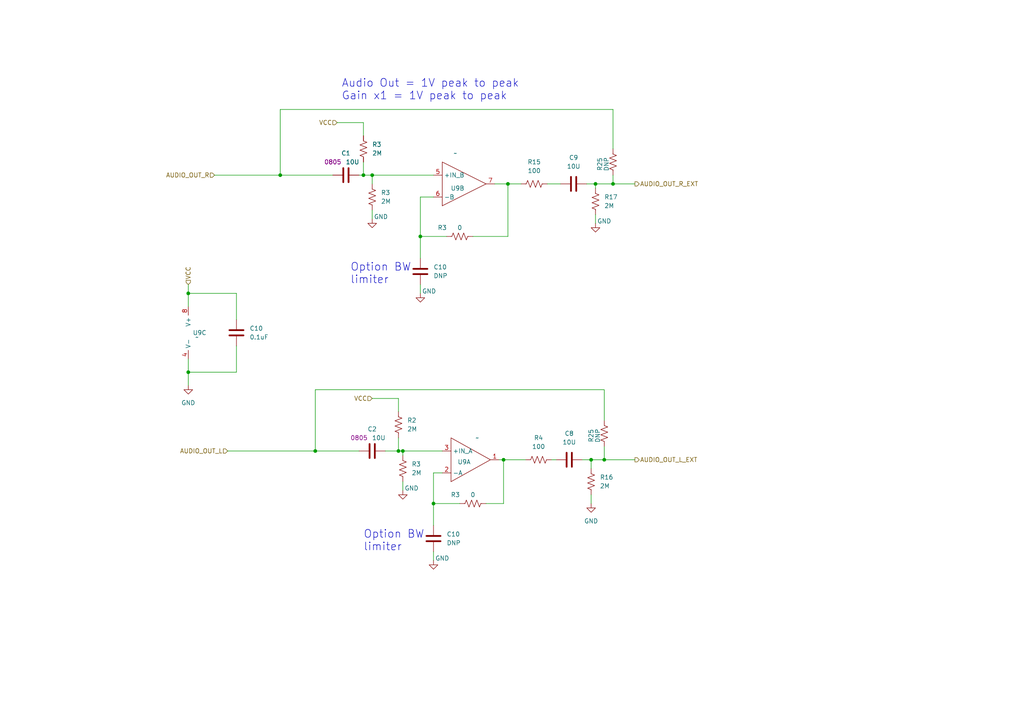
<source format=kicad_sch>
(kicad_sch (version 20230121) (generator eeschema)
  (paper "A4")
  (lib_symbols
    (symbol "Device:C" (pin_numbers hide) (pin_names (offset 0.254))
      (property "Reference" "C" (at 0.635 2.54 0))
      (property "Value" "C" (at 0.635 -2.54 0))
      (symbol "C_0_1"
        (polyline (pts (xy -2.032 -0.762) (xy 2.032 -0.762)) (stroke (width 0.508)))
        (polyline (pts (xy -2.032 0.762) (xy 2.032 0.762)) (stroke (width 0.508)))
      )
      (symbol "C_1_1"
        (pin passive line (at 0 3.81 270) (length 2.794) (name "~") (number "1"))
        (pin passive line (at 0 -3.81 90) (length 2.794) (name "~") (number "2"))
      )
    )
    (symbol "Device:R_US" (pin_numbers hide) (pin_names (offset 0))
      (property "Reference" "R" (at 2.54 0 90))
      (property "Value" "R_US" (at -2.54 0 90))
      (symbol "R_US_0_1"
        (polyline (pts (xy 0 -2.286) (xy 0 -2.54)))
        (polyline (pts (xy 0 2.286) (xy 0 2.54)))
        (polyline (pts (xy 0 -0.762) (xy 1.016 -1.143) (xy 0 -1.524) (xy -1.016 -1.905) (xy 0 -2.286)))
        (polyline (pts (xy 0 0.762) (xy 1.016 0.381) (xy 0 0) (xy -1.016 -0.381) (xy 0 -0.762)))
        (polyline (pts (xy 0 2.286) (xy 1.016 1.905) (xy 0 1.524) (xy -1.016 1.143) (xy 0 0.762)))
      )
      (symbol "R_US_1_1"
        (pin passive line (at 0 3.81 270) (length 1.27) (name "~") (number "1"))
        (pin passive line (at 0 -3.81 90) (length 1.27) (name "~") (number "2"))
      )
    )
    (symbol "OPA1688_SOIC8_1"
      (property "Reference" "U" (at 2.54 0 0))
      (symbol "OPA1688_SOIC8_1_1_1"
        (polyline (pts (xy 0 6.35) (xy 0 -6.35) (xy 11.43 0) (xy 0 6.35) (xy 0 6.35)))
        (pin output line (at 13.97 0 180) (length 2.54) (name "") (number "1"))
        (pin input line (at -2.54 3.81 0) (length 2.54) (name "-A") (number "2"))
        (pin input line (at -2.54 -2.54 0) (length 2.54) (name "+IN_A") (number "3"))
      )
      (symbol "OPA1688_SOIC8_1_2_1"
        (polyline (pts (xy 0 6.35) (xy 0 -6.35) (xy 12.7 0) (xy 0 6.35) (xy 0 6.35)))
        (pin input line (at -2.54 -2.54 0) (length 2.54) (name "+IN_B") (number "5"))
        (pin input line (at -2.54 3.81 0) (length 2.54) (name "-B") (number "6"))
        (pin output line (at 15.24 0 180) (length 2.54) (name "") (number "7"))
      )
      (symbol "OPA1688_SOIC8_1_3_1"
        (pin power_in line (at 0 -6.35 90) (length 2.54) (name "V-") (number "4"))
        (pin power_in line (at 0 8.89 270) (length 2.54) (name "V+") (number "8"))
      )
    )
    (symbol "OPA1688_SOIC8_2"
      (property "Reference" "U" (at 2.54 0 0))
      (symbol "OPA1688_SOIC8_2_1_1"
        (polyline (pts (xy 0 6.35) (xy 0 -6.35) (xy 11.43 0) (xy 0 6.35) (xy 0 6.35)))
        (pin output line (at 13.97 0 180) (length 2.54) (name "") (number "1"))
        (pin input line (at -2.54 3.81 0) (length 2.54) (name "-A") (number "2"))
        (pin input line (at -2.54 -2.54 0) (length 2.54) (name "+IN_A") (number "3"))
      )
      (symbol "OPA1688_SOIC8_2_2_1"
        (polyline (pts (xy 0 6.35) (xy 0 -6.35) (xy 12.7 0) (xy 0 6.35) (xy 0 6.35)))
        (pin input line (at -2.54 -2.54 0) (length 2.54) (name "+IN_B") (number "5"))
        (pin input line (at -2.54 3.81 0) (length 2.54) (name "-B") (number "6"))
        (pin output line (at 15.24 0 180) (length 2.54) (name "") (number "7"))
      )
      (symbol "OPA1688_SOIC8_2_3_1"
        (pin power_in line (at 0 -6.35 90) (length 2.54) (name "V-") (number "4"))
        (pin power_in line (at 0 8.89 270) (length 2.54) (name "V+") (number "8"))
      )
    )
    (symbol "Ultralibrarian_modified_symbols:OPA1688_SOIC8"
      (property "Reference" "U" (at 2.54 0 0))
      (symbol "OPA1688_SOIC8_1_1"
        (polyline (pts (xy 0 6.35) (xy 0 -8.89) (xy 17.78 0) (xy 0 10.16) (xy 0 6.35)))
        (pin output line (at 20.32 0 180) (length 2.54) (name "OUT_A") (number "1"))
        (pin input line (at -2.54 3.81 0) (length 2.54) (name "-A") (number "2"))
        (pin input line (at -2.54 -2.54 0) (length 2.54) (name "+IN_A") (number "3"))
      )
      (symbol "OPA1688_SOIC8_2_1"
        (polyline (pts (xy 0 6.35) (xy 0 -8.89) (xy 17.78 0) (xy 0 10.16) (xy 0 6.35)))
        (pin input line (at -2.54 -2.54 0) (length 2.54) (name "+IN_B") (number "5"))
        (pin input line (at -2.54 3.81 0) (length 2.54) (name "-B") (number "6"))
        (pin output line (at 20.32 0 180) (length 2.54) (name "OUT_B") (number "7"))
      )
      (symbol "OPA1688_SOIC8_3_1"
        (pin power_in line (at 0 -6.35 90) (length 2.54) (name "V-") (number "4"))
        (pin power_in line (at 0 8.89 270) (length 2.54) (name "V+") (number "8"))
      )
    )
    (symbol "power:GND" (power) (pin_names (offset 0))
      (property "Value" "GND" (at 0 -3.81 0))
      (symbol "GND_0_1"
        (polyline (pts (xy 0 0) (xy 0 -1.27) (xy 1.27 -1.27) (xy 0 -2.54) (xy -1.27 -1.27) (xy 0 -1.27)))
      )
      (symbol "GND_1_1"
        (pin power_in line (at 0 0 270) (length 0) hide (name "GND") (number "1"))
      )
    )
  )
  (junction (at 91.44 130.81))
  (junction (at 146.05 133.35))
  (junction (at 116.84 130.81))
  (junction (at 81.28 50.8))
  (junction (at 54.61 85.09))
  (junction (at 171.45 133.35))
  (junction (at 177.8 53.34))
  (junction (at 115.57 130.81))
  (junction (at 175.26 133.35))
  (junction (at 172.72 53.34))
  (junction (at 125.73 146.05))
  (junction (at 107.95 50.8))
  (junction (at 121.92 68.58))
  (junction (at 147.32 53.34))
  (junction (at 105.41 50.8))
  (junction (at 54.61 107.95))
  (wire (pts (xy 144.78 133.35) (xy 146.05 133.35)))
  (wire (pts (xy 121.92 85.09) (xy 121.92 82.55)))
  (wire (pts (xy 81.28 50.8) (xy 96.52 50.8)))
  (wire (pts (xy 54.61 107.95) (xy 54.61 104.14)))
  (wire (pts (xy 121.92 68.58) (xy 121.92 74.93)))
  (wire (pts (xy 116.84 130.81) (xy 128.27 130.81)))
  (wire (pts (xy 175.26 129.54) (xy 175.26 133.35)))
  (wire (pts (xy 97.79 35.56) (xy 105.41 35.56)))
  (wire (pts (xy 105.41 46.99) (xy 105.41 50.8)))
  (wire (pts (xy 68.58 100.33) (xy 68.58 107.95)))
  (wire (pts (xy 129.54 68.58) (xy 121.92 68.58)))
  (wire (pts (xy 91.44 130.81) (xy 104.14 130.81)))
  (wire (pts (xy 125.73 162.56) (xy 125.73 160.02)))
  (wire (pts (xy 116.84 142.24) (xy 116.84 139.7)))
  (wire (pts (xy 66.04 130.81) (xy 91.44 130.81)))
  (wire (pts (xy 177.8 53.34) (xy 172.72 53.34)))
  (wire (pts (xy 161.29 133.35) (xy 160.02 133.35)))
  (wire (pts (xy 62.23 50.8) (xy 81.28 50.8)))
  (wire (pts (xy 125.73 137.16) (xy 128.27 137.16)))
  (wire (pts (xy 162.56 53.34) (xy 158.75 53.34)))
  (wire (pts (xy 68.58 107.95) (xy 54.61 107.95)))
  (wire (pts (xy 146.05 133.35) (xy 146.05 146.05)))
  (wire (pts (xy 133.35 146.05) (xy 125.73 146.05)))
  (wire (pts (xy 121.92 68.58) (xy 121.92 57.15)))
  (wire (pts (xy 121.92 57.15) (xy 125.73 57.15)))
  (wire (pts (xy 107.95 115.57) (xy 115.57 115.57)))
  (wire (pts (xy 171.45 146.05) (xy 171.45 143.51)))
  (wire (pts (xy 107.95 63.5) (xy 107.95 60.96)))
  (wire (pts (xy 137.16 68.58) (xy 147.32 68.58)))
  (wire (pts (xy 115.57 115.57) (xy 115.57 119.38)))
  (wire (pts (xy 140.97 146.05) (xy 146.05 146.05)))
  (wire (pts (xy 175.26 133.35) (xy 171.45 133.35)))
  (wire (pts (xy 171.45 133.35) (xy 171.45 135.89)))
  (wire (pts (xy 184.15 133.35) (xy 175.26 133.35)))
  (wire (pts (xy 184.15 53.34) (xy 177.8 53.34)))
  (wire (pts (xy 54.61 85.09) (xy 54.61 88.9)))
  (wire (pts (xy 146.05 133.35) (xy 152.4 133.35)))
  (wire (pts (xy 107.95 50.8) (xy 125.73 50.8)))
  (wire (pts (xy 91.44 113.03) (xy 91.44 130.81)))
  (wire (pts (xy 171.45 133.35) (xy 168.91 133.35)))
  (wire (pts (xy 177.8 43.18) (xy 177.8 31.75)))
  (wire (pts (xy 116.84 130.81) (xy 116.84 132.08)))
  (wire (pts (xy 177.8 50.8) (xy 177.8 53.34)))
  (wire (pts (xy 175.26 121.92) (xy 175.26 113.03)))
  (wire (pts (xy 115.57 130.81) (xy 116.84 130.81)))
  (wire (pts (xy 68.58 92.71) (xy 68.58 85.09)))
  (wire (pts (xy 143.51 53.34) (xy 147.32 53.34)))
  (wire (pts (xy 172.72 53.34) (xy 170.18 53.34)))
  (wire (pts (xy 104.14 50.8) (xy 105.41 50.8)))
  (wire (pts (xy 107.95 50.8) (xy 107.95 53.34)))
  (wire (pts (xy 177.8 31.75) (xy 81.28 31.75)))
  (wire (pts (xy 68.58 85.09) (xy 54.61 85.09)))
  (wire (pts (xy 115.57 127) (xy 115.57 130.81)))
  (wire (pts (xy 147.32 68.58) (xy 147.32 53.34)))
  (wire (pts (xy 54.61 82.55) (xy 54.61 85.09)))
  (wire (pts (xy 105.41 35.56) (xy 105.41 39.37)))
  (wire (pts (xy 111.76 130.81) (xy 115.57 130.81)))
  (wire (pts (xy 172.72 64.77) (xy 172.72 62.23)))
  (wire (pts (xy 172.72 53.34) (xy 172.72 54.61)))
  (wire (pts (xy 125.73 152.4) (xy 125.73 146.05)))
  (wire (pts (xy 147.32 53.34) (xy 151.13 53.34)))
  (wire (pts (xy 81.28 31.75) (xy 81.28 50.8)))
  (wire (pts (xy 125.73 137.16) (xy 125.73 146.05)))
  (wire (pts (xy 54.61 111.76) (xy 54.61 107.95)))
  (wire (pts (xy 175.26 113.03) (xy 91.44 113.03)))
  (wire (pts (xy 105.41 50.8) (xy 107.95 50.8)))
  (text "Audio Out = 1V peak to peak\nGain x1 = 1V peak to peak" (at 99.06 29.21 0) (effects (font (size 2.27 2.27)) (justify left bottom)))
  (text "Option BW\nlimiter" (at 101.6 82.55 0) (effects (font (size 2.27 2.27)) (justify left bottom)))
  (text "Option BW\nlimiter" (at 105.41 160.02 0) (effects (font (size 2.27 2.27)) (justify left bottom)))
  (hierarchical_label "AUDIO_OUT_L" (shape input) (at 66.04 130.81 180))
  (hierarchical_label "VCC" (shape input) (at 54.61 82.55 90))
  (hierarchical_label "AUDIO_OUT_L_EXT" (shape output) (at 184.15 133.35 0))
  (hierarchical_label "AUDIO_OUT_R_EXT" (shape output) (at 184.15 53.34 0))
  (hierarchical_label "VCC" (shape input) (at 97.79 35.56 180))
  (hierarchical_label "AUDIO_OUT_R" (shape input) (at 62.23 50.8 180))
  (hierarchical_label "VCC" (shape input) (at 107.95 115.57 180))
  (symbol (lib_id "Device:R_US") (at 107.95 57.15 0) (unit 1)
    (property "Reference" "R3" (at 110.49 55.88 0) (effects (justify left)))
    (property "Value" "2M" (at 110.49 58.42 0) (effects (justify left)))
    (property "Footprint" "Resistor_SMD:R_0402_1005Metric" (effects hide))
    (instances (project "DaisySeedBreakout" (path "" (reference "R3") (unit 1)) (path "" (reference "R67") (unit 1))))
  )
  (symbol (lib_id "power:GND") (at 125.73 162.56 0) (unit 1)
    (property "Reference" "#PWR05" (effects hide))
    (property "Value" "GND" (at 128.27 161.925 0))
    (instances (project "DaisySeedBreakout" (path "" (reference "#PWR05") (unit 1)) (path "" (reference "#PWR09") (unit 1))))
  )
  (symbol (lib_id "power:GND") (at 171.45 146.05 0) (unit 1)
    (property "Reference" "#PWR06" (effects hide))
    (property "Value" "GND" (at 171.45 151.13 0))
    (instances (project "DaisySeedBreakout" (path "" (reference "#PWR06") (unit 1)) (path "" (reference "#PWR011") (unit 1))))
  )
  (symbol (lib_name "OPA1688_SOIC8_2") (lib_id "Ultralibrarian_modified_symbols:OPA1688_SOIC8") (at 128.27 53.34 0) (mirror x) (unit 2)
    (property "Reference" "U9" (at 132.715 54.61 0))
    (property "Value" "~" (at 132.08 44.45 0))
    (property "Footprint" "Ultralibrarian:D8_TEX" (effects hide))
    (instances (project "DaisySeedBreakout" (path "" (reference "U9") (unit 2)) (path "" (reference "U3") (unit 2))))
  )
  (symbol (lib_id "power:GND") (at 172.72 64.77 0) (unit 1)
    (property "Reference" "#PWR05" (effects hide))
    (property "Value" "GND" (at 175.26 64.135 0))
    (instances (project "DaisySeedBreakout" (path "" (reference "#PWR05") (unit 1)) (path "" (reference "#PWR012") (unit 1))))
  )
  (symbol (lib_id "Device:R_US") (at 137.16 146.05 90) (unit 1)
    (property "Reference" "R3" (at 132.08 143.51 90))
    (property "Value" "0" (at 137.16 143.51 90))
    (property "Footprint" "Resistor_SMD:R_0402_1005Metric" (effects hide))
    (instances (project "DaisySeedBreakout" (path "" (reference "R3") (unit 1)) (path "" (reference "R8") (unit 1))))
  )
  (symbol (lib_id "power:GND") (at 121.92 85.09 0) (unit 1)
    (property "Reference" "#PWR05" (effects hide))
    (property "Value" "GND" (at 124.46 84.455 0))
    (instances (project "DaisySeedBreakout" (path "" (reference "#PWR05") (unit 1)) (path "" (reference "#PWR0173") (unit 1))))
  )
  (symbol (lib_name "OPA1688_SOIC8_1") (lib_id "Ultralibrarian_modified_symbols:OPA1688_SOIC8") (at 130.81 133.35 0) (mirror x) (unit 1)
    (property "Reference" "U9" (at 134.62 133.985 0))
    (property "Value" "~" (at 138.43 127 0))
    (property "Footprint" "Ultralibrarian:D8_TEX" (effects hide))
    (instances (project "DaisySeedBreakout" (path "" (reference "U9") (unit 1)) (path "" (reference "U3") (unit 1))))
  )
  (symbol (lib_id "Ultralibrarian_modified_symbols:OPA1688_SOIC8") (at 54.61 97.79 0) (unit 3)
    (property "Reference" "U9" (at 55.88 96.52 0) (effects (justify left)))
    (property "Value" "~" (at 57.15 97.79 0))
    (property "Footprint" "Ultralibrarian:D8_TEX" (effects hide))
    (instances (project "DaisySeedBreakout" (path "" (reference "U9") (unit 3)) (path "" (reference "U3") (unit 3))))
  )
  (symbol (lib_id "Device:R_US") (at 105.41 43.18 0) (unit 1)
    (property "Reference" "R3" (at 107.95 41.91 0) (effects (justify left)))
    (property "Value" "2M" (at 107.95 44.45 0) (effects (justify left)))
    (property "Footprint" "Resistor_SMD:R_0402_1005Metric" (effects hide))
    (instances (project "DaisySeedBreakout" (path "" (reference "R3") (unit 1)) (path "" (reference "R9") (unit 1))))
  )
  (symbol (lib_id "Device:C") (at 166.37 53.34 90) (unit 1)
    (property "Reference" "C9" (at 166.37 45.72 90))
    (property "Value" "10U" (at 166.37 48.26 90))
    (property "Footprint" "Capacitor_SMD:C_0805_2012Metric" (effects hide))
    (instances (project "DaisySeedBreakout" (path "" (reference "C9") (unit 1)) (path "" (reference "C17") (unit 1))))
  )
  (symbol (lib_id "Device:R_US") (at 115.57 123.19 0) (unit 1)
    (property "Reference" "R2" (at 118.11 121.92 0) (effects (justify left)))
    (property "Value" "2M" (at 118.11 124.46 0) (effects (justify left)))
    (property "Footprint" "Resistor_SMD:R_0402_1005Metric" (effects hide))
    (instances (project "DaisySeedBreakout" (path "" (reference "R2") (unit 1)) (path "" (reference "R7") (unit 1))))
  )
  (symbol (lib_id "Device:R_US") (at 133.35 68.58 90) (unit 1)
    (property "Reference" "R3" (at 128.27 66.04 90))
    (property "Value" "0" (at 133.35 66.04 90))
    (property "Footprint" "Resistor_SMD:R_0402_1005Metric" (effects hide))
    (instances (project "DaisySeedBreakout" (path "" (reference "R3") (unit 1)) (path "" (reference "R66") (unit 1))))
  )
  (symbol (lib_id "Device:C") (at 121.92 78.74 0) (unit 1)
    (property "Reference" "C10" (at 125.73 77.47 0) (effects (justify left)))
    (property "Value" "DNP" (at 125.73 80.01 0) (effects (justify left)))
    (property "Footprint" "Capacitor_SMD:C_0402_1005Metric" (effects hide))
    (instances (project "DaisySeedBreakout" (path "" (reference "C10") (unit 1)) (path "" (reference "C71") (unit 1))))
  )
  (symbol (lib_id "Device:R_US") (at 116.84 135.89 0) (unit 1)
    (property "Reference" "R3" (at 119.38 134.62 0) (effects (justify left)))
    (property "Value" "2M" (at 119.38 137.16 0) (effects (justify left)))
    (property "Footprint" "Resistor_SMD:R_0402_1005Metric" (effects hide))
    (instances (project "DaisySeedBreakout" (path "" (reference "R3") (unit 1)) (path "" (reference "R10") (unit 1))))
  )
  (symbol (lib_id "Device:R_US") (at 171.45 139.7 0) (unit 1)
    (property "Reference" "R16" (at 173.99 138.43 0) (effects (justify left)))
    (property "Value" "2M" (at 173.99 140.97 0) (effects (justify left)))
    (property "Footprint" "Resistor_SMD:R_0402_1005Metric" (effects hide))
    (instances (project "DaisySeedBreakout" (path "" (reference "R16") (unit 1)) (path "" (reference "R24") (unit 1))))
  )
  (symbol (lib_id "Device:C") (at 100.33 50.8 90) (unit 1)
    (property "Reference" "C1" (at 100.33 44.45 90))
    (property "Value" "10U" (at 102.235 46.99 90))
    (property "Footprint" "Capacitor_SMD:C_0805_2012Metric" (effects hide))
    (property "Specs" "0805" (at 96.52 46.99 90))
    (instances (project "DaisySeedBreakout" (path "" (reference "C1") (unit 1)) (path "" (reference "C5") (unit 1))))
  )
  (symbol (lib_id "Device:C") (at 165.1 133.35 90) (unit 1)
    (property "Reference" "C8" (at 165.1 125.73 90))
    (property "Value" "10U" (at 165.1 128.27 90))
    (property "Footprint" "Capacitor_SMD:C_0805_2012Metric" (effects hide))
    (instances (project "DaisySeedBreakout" (path "" (reference "C8") (unit 1)) (path "" (reference "C11") (unit 1))))
  )
  (symbol (lib_id "Device:R_US") (at 172.72 58.42 0) (unit 1)
    (property "Reference" "R17" (at 175.26 57.15 0) (effects (justify left)))
    (property "Value" "2M" (at 175.26 59.69 0) (effects (justify left)))
    (property "Footprint" "Resistor_SMD:R_0402_1005Metric" (effects hide))
    (instances (project "DaisySeedBreakout" (path "" (reference "R17") (unit 1)) (path "" (reference "R25") (unit 1))))
  )
  (symbol (lib_id "power:GND") (at 54.61 111.76 0) (unit 1)
    (property "Reference" "#PWR07" (effects hide))
    (property "Value" "GND" (at 54.61 116.84 0))
    (instances (project "DaisySeedBreakout" (path "" (reference "#PWR07") (unit 1)) (path "" (reference "#PWR010") (unit 1))))
  )
  (symbol (lib_id "Device:R_US") (at 175.26 125.73 180) (unit 1)
    (property "Reference" "R25" (at 171.45 126.365 90))
    (property "Value" "DNP" (at 173.355 126.365 90))
    (property "Footprint" "Resistor_SMD:R_0402_1005Metric" (effects hide))
    (property "Specks" "0402" (effects hide))
    (instances (project "DaisySeedBreakout" (path "" (reference "R25") (unit 1)) (path "" (reference "R26") (unit 1)) (path "" (reference "R29") (unit 1))))
  )
  (symbol (lib_id "power:GND") (at 116.84 142.24 0) (unit 1)
    (property "Reference" "#PWR05" (effects hide))
    (property "Value" "GND" (at 119.38 141.605 0))
    (instances (project "DaisySeedBreakout" (path "" (reference "#PWR05") (unit 1)) (path "" (reference "#PWR0169") (unit 1))))
  )
  (symbol (lib_id "Device:R_US") (at 156.21 133.35 90) (unit 1)
    (property "Reference" "R4" (at 156.21 127 90))
    (property "Value" "100" (at 156.21 129.54 90))
    (property "Footprint" "Resistor_SMD:R_0402_1005Metric" (effects hide))
    (instances (project "DaisySeedBreakout" (path "" (reference "R4") (unit 1)) (path "" (reference "R18") (unit 1))))
  )
  (symbol (lib_id "Device:C") (at 107.95 130.81 90) (unit 1)
    (property "Reference" "C2" (at 107.95 124.46 90))
    (property "Value" "10U" (at 109.855 127 90))
    (property "Footprint" "Capacitor_SMD:C_0805_2012Metric" (effects hide))
    (property "Specs" "0805" (at 104.14 127 90))
    (instances (project "DaisySeedBreakout" (path "" (reference "C2") (unit 1)) (path "" (reference "C4") (unit 1))))
  )
  (symbol (lib_id "Device:R_US") (at 177.8 46.99 180) (unit 1)
    (property "Reference" "R25" (at 173.99 47.625 90))
    (property "Value" "DNP" (at 175.895 47.625 90))
    (property "Footprint" "Resistor_SMD:R_0402_1005Metric" (effects hide))
    (property "Specks" "0402" (effects hide))
    (instances (project "DaisySeedBreakout" (path "" (reference "R25") (unit 1)) (path "" (reference "R26") (unit 1)) (path "" (reference "R28") (unit 1))))
  )
  (symbol (lib_id "Device:C") (at 68.58 96.52 0) (unit 1)
    (property "Reference" "C10" (at 72.39 95.25 0) (effects (justify left)))
    (property "Value" "0.1uF" (at 72.39 97.79 0) (effects (justify left)))
    (property "Footprint" "Capacitor_SMD:C_0402_1005Metric" (effects hide))
    (instances (project "DaisySeedBreakout" (path "" (reference "C10") (unit 1)) (path "" (reference "C24") (unit 1))))
  )
  (symbol (lib_id "power:GND") (at 107.95 63.5 0) (unit 1)
    (property "Reference" "#PWR05" (effects hide))
    (property "Value" "GND" (at 110.49 62.865 0))
    (instances (project "DaisySeedBreakout" (path "" (reference "#PWR05") (unit 1)) (path "" (reference "#PWR08") (unit 1))))
  )
  (symbol (lib_id "Device:R_US") (at 154.94 53.34 90) (unit 1)
    (property "Reference" "R15" (at 154.94 46.99 90))
    (property "Value" "100" (at 154.94 49.53 90))
    (property "Footprint" "Resistor_SMD:R_0402_1005Metric" (effects hide))
    (instances (project "DaisySeedBreakout" (path "" (reference "R15") (unit 1)) (path "" (reference "R19") (unit 1))))
  )
  (symbol (lib_id "Device:C") (at 125.73 156.21 0) (unit 1)
    (property "Reference" "C10" (at 129.54 154.94 0) (effects (justify left)))
    (property "Value" "DNP" (at 129.54 157.48 0) (effects (justify left)))
    (property "Footprint" "Capacitor_SMD:C_0402_1005Metric" (effects hide))
    (instances (project "DaisySeedBreakout" (path "" (reference "C10") (unit 1)) (path "" (reference "C70") (unit 1))))
  )
)
</source>
